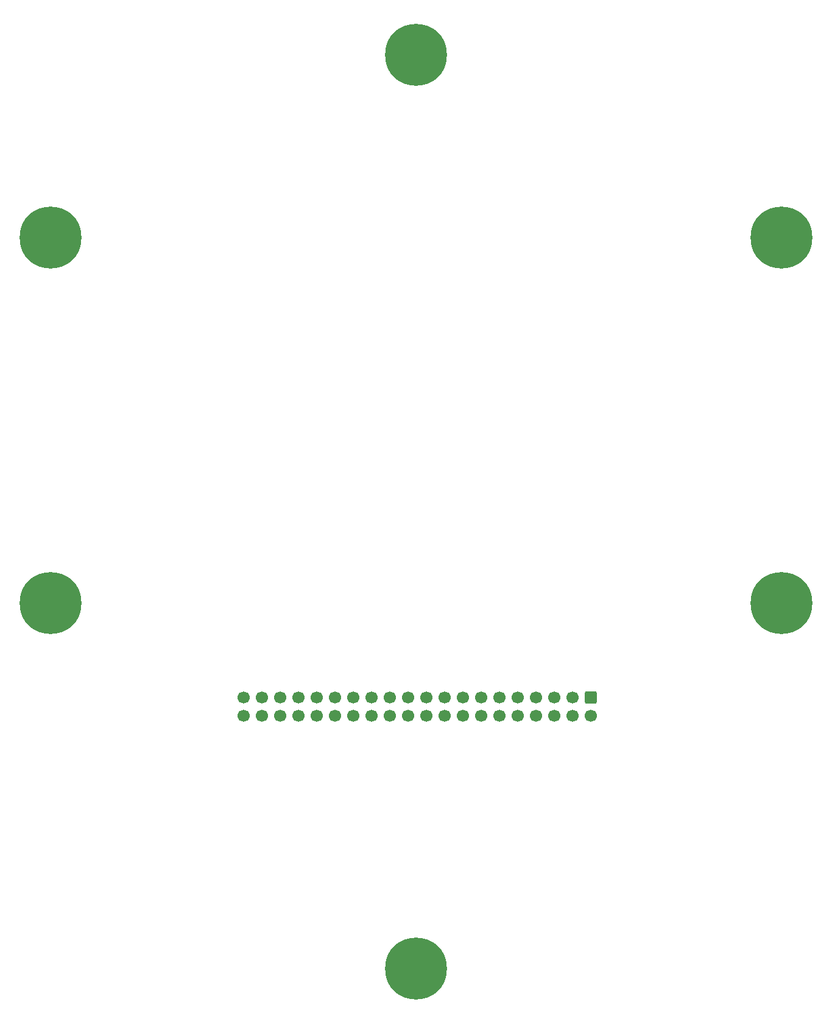
<source format=gbr>
%TF.GenerationSoftware,KiCad,Pcbnew,(5.99.0-8910-g624a231cc0)*%
%TF.CreationDate,2021-02-07T08:47:15+03:00*%
%TF.ProjectId,simpleprobecard,73696d70-6c65-4707-926f-626563617264,rev?*%
%TF.SameCoordinates,Original*%
%TF.FileFunction,Soldermask,Bot*%
%TF.FilePolarity,Negative*%
%FSLAX46Y46*%
G04 Gerber Fmt 4.6, Leading zero omitted, Abs format (unit mm)*
G04 Created by KiCad (PCBNEW (5.99.0-8910-g624a231cc0)) date 2021-02-07 08:47:15*
%MOMM*%
%LPD*%
G01*
G04 APERTURE LIST*
G04 Aperture macros list*
%AMRoundRect*
0 Rectangle with rounded corners*
0 $1 Rounding radius*
0 $2 $3 $4 $5 $6 $7 $8 $9 X,Y pos of 4 corners*
0 Add a 4 corners polygon primitive as box body*
4,1,4,$2,$3,$4,$5,$6,$7,$8,$9,$2,$3,0*
0 Add four circle primitives for the rounded corners*
1,1,$1+$1,$2,$3*
1,1,$1+$1,$4,$5*
1,1,$1+$1,$6,$7*
1,1,$1+$1,$8,$9*
0 Add four rect primitives between the rounded corners*
20,1,$1+$1,$2,$3,$4,$5,0*
20,1,$1+$1,$4,$5,$6,$7,0*
20,1,$1+$1,$6,$7,$8,$9,0*
20,1,$1+$1,$8,$9,$2,$3,0*%
G04 Aperture macros list end*
%ADD10C,0.900000*%
%ADD11C,8.600000*%
%ADD12RoundRect,0.250000X-0.600000X0.600000X-0.600000X-0.600000X0.600000X-0.600000X0.600000X0.600000X0*%
%ADD13C,1.700000*%
G04 APERTURE END LIST*
D10*
%TO.C,H7*%
X3225000Y50800000D03*
X0Y54025000D03*
D11*
X0Y50800000D03*
D10*
X0Y47575000D03*
X-3225000Y50800000D03*
X-2280419Y48519581D03*
X2280419Y53080419D03*
X-2280419Y53080419D03*
X2280419Y48519581D03*
%TD*%
D11*
%TO.C,H3*%
X-50800000Y-25400000D03*
D10*
X-47575000Y-25400000D03*
X-50800000Y-22175000D03*
X-48519581Y-27680419D03*
X-54025000Y-25400000D03*
X-48519581Y-23119581D03*
X-50800000Y-28625000D03*
X-53080419Y-27680419D03*
X-53080419Y-23119581D03*
%TD*%
%TO.C,H4*%
X48519581Y27680419D03*
X53080419Y27680419D03*
X48519581Y23119581D03*
D11*
X50800000Y25400000D03*
D10*
X53080419Y23119581D03*
X50800000Y22175000D03*
X47575000Y25400000D03*
X50800000Y28625000D03*
X54025000Y25400000D03*
%TD*%
%TO.C,H1*%
X-53080419Y27680419D03*
X-48519581Y27680419D03*
X-53080419Y23119581D03*
D11*
X-50800000Y25400000D03*
D10*
X-48519581Y23119581D03*
X-50800000Y22175000D03*
X-54025000Y25400000D03*
X-50800000Y28625000D03*
X-47575000Y25400000D03*
%TD*%
D12*
%TO.C,J2*%
X24300000Y-38500000D03*
D13*
X24300000Y-41040000D03*
X21760000Y-38500000D03*
X21760000Y-41040000D03*
X19220000Y-38500000D03*
X19220000Y-41040000D03*
X16680000Y-38500000D03*
X16680000Y-41040000D03*
X14140000Y-38500000D03*
X14140000Y-41040000D03*
X11600000Y-38500000D03*
X11600000Y-41040000D03*
X9060000Y-38500000D03*
X9060000Y-41040000D03*
X6520000Y-38500000D03*
X6520000Y-41040000D03*
X3980000Y-38500000D03*
X3980000Y-41040000D03*
X1440000Y-38500000D03*
X1440000Y-41040000D03*
X-1100000Y-38500000D03*
X-1100000Y-41040000D03*
X-3640000Y-38500000D03*
X-3640000Y-41040000D03*
X-6180000Y-38500000D03*
X-6180000Y-41040000D03*
X-8720000Y-38500000D03*
X-8720000Y-41040000D03*
X-11260000Y-38500000D03*
X-11260000Y-41040000D03*
X-13800000Y-38500000D03*
X-13800000Y-41040000D03*
X-16340000Y-38500000D03*
X-16340000Y-41040000D03*
X-18880000Y-38500000D03*
X-18880000Y-41040000D03*
X-21420000Y-38500000D03*
X-21420000Y-41040000D03*
X-23960000Y-38500000D03*
X-23960000Y-41040000D03*
%TD*%
D11*
%TO.C,H6*%
X50800000Y-25400000D03*
D10*
X54025000Y-25400000D03*
X50800000Y-22175000D03*
X53080419Y-27680419D03*
X47575000Y-25400000D03*
X53080419Y-23119581D03*
X50800000Y-28625000D03*
X48519581Y-27680419D03*
X48519581Y-23119581D03*
%TD*%
%TO.C,H8*%
X-3225000Y-76200000D03*
D11*
X0Y-76200000D03*
D10*
X2280419Y-78480419D03*
X0Y-79425000D03*
X2280419Y-73919581D03*
X3225000Y-76200000D03*
X0Y-72975000D03*
X-2280419Y-78480419D03*
X-2280419Y-73919581D03*
%TD*%
M02*

</source>
